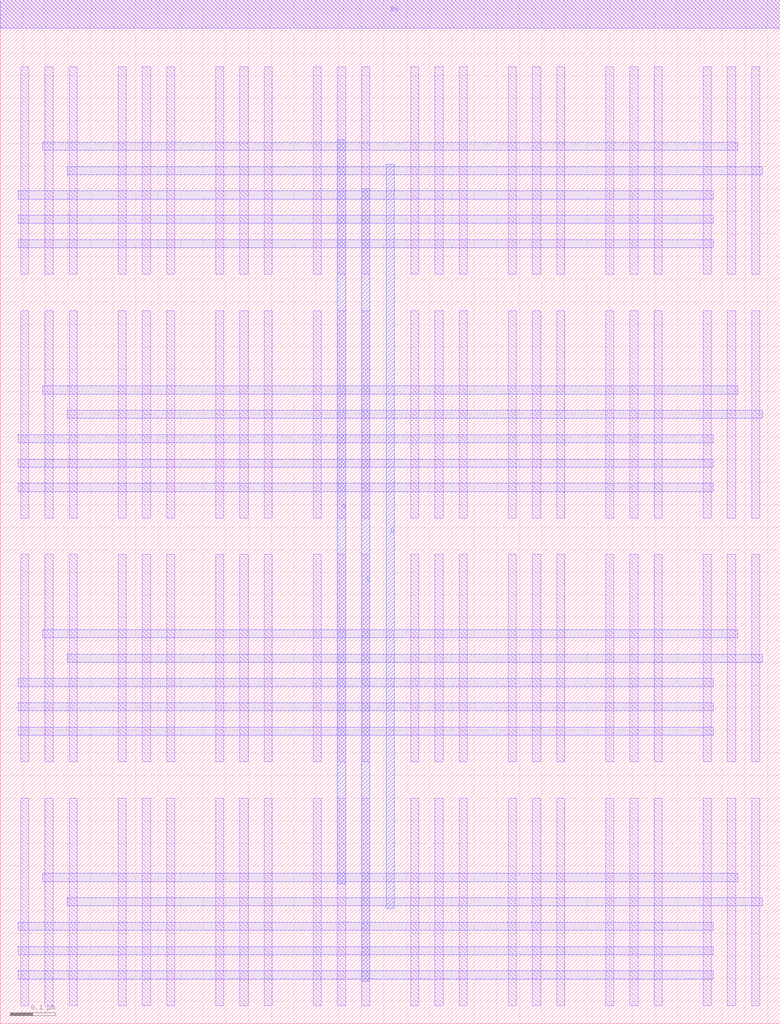
<source format=lef>
MACRO DCL_NMOS_n12_X3_Y1
  ORIGIN 0 0 ;
  FOREIGN DCL_NMOS_n12_X3_Y1 0 0 ;
  SIZE 1.296 BY 0.648 ;
  PIN S
    DIRECTION INOUT ;
    USE SIGNAL ;
    PORT
      LAYER M3 ;
        RECT 0.585 0.094 0.603 0.446 ;
    END
  END S
  PIN D
    DIRECTION INOUT ;
    USE SIGNAL ;
    PORT
      LAYER M3 ;
        RECT 0.639 0.094 0.657 0.446 ;
    END
  END D
  PIN BG
    DIRECTION INOUT ;
    USE SIGNAL ;
    PORT
      LAYER M2 ;
        RECT 0.000 0.585 1.296 0.603 ;
    END
  END BG
  OBS
    LAYER M2 ;
      RECT 0.094 0.261 1.256 0.279 ;
    LAYER M2 ;
      RECT 0.040 0.099 1.148 0.117 ;
    LAYER M2 ;
      RECT 0.040 0.153 1.148 0.171 ;
    LAYER M2 ;
      RECT 0.040 0.207 1.148 0.225 ;
    LAYER M1 ;
      RECT 0.000 0.585 1.296 0.603 ;
    LAYER M1 ;
      RECT 0.099 0.040 0.117 0.500 ;
    LAYER M1 ;
      RECT 0.315 0.040 0.333 0.500 ;
    LAYER M1 ;
      RECT 0.531 0.040 0.549 0.500 ;
    LAYER M1 ;
      RECT 0.747 0.040 0.765 0.500 ;
    LAYER M1 ;
      RECT 0.963 0.040 0.981 0.500 ;
    LAYER M1 ;
      RECT 1.179 0.040 1.197 0.500 ;
    LAYER M1 ;
      RECT 0.045 0.040 0.063 0.500 ;
    LAYER M1 ;
      RECT 0.261 0.040 0.279 0.500 ;
    LAYER M1 ;
      RECT 0.477 0.040 0.495 0.500 ;
    LAYER M1 ;
      RECT 0.693 0.040 0.711 0.500 ;
    LAYER M1 ;
      RECT 0.909 0.040 0.927 0.500 ;
    LAYER M1 ;
      RECT 1.125 0.040 1.143 0.500 ;
    LAYER M1 ;
      RECT 0.153 0.040 0.171 0.500 ;
    LAYER M1 ;
      RECT 0.369 0.040 0.387 0.500 ;
    LAYER M1 ;
      RECT 0.585 0.040 0.603 0.500 ;
    LAYER M1 ;
      RECT 0.801 0.040 0.819 0.500 ;
    LAYER M1 ;
      RECT 1.017 0.040 1.035 0.500 ;
    LAYER M1 ;
      RECT 1.233 0.040 1.251 0.500 ;
  END
END DCL_NMOS_n12_X3_Y1
MACRO DCL_PMOS_n12_X5_Y2
  ORIGIN 0 0 ;
  FOREIGN DCL_PMOS_n12_X5_Y2 0 0 ;
  SIZE 2.160 BY 1.188 ;
  PIN S
    DIRECTION INOUT ;
    USE SIGNAL ;
    PORT
      LAYER M3 ;
        RECT 1.017 0.094 1.035 0.770 ;
    END
  END S
  PIN D
    DIRECTION INOUT ;
    USE SIGNAL ;
    PORT
      LAYER M3 ;
        RECT 1.071 0.256 1.089 0.824 ;
    END
  END D
  PIN BG
    DIRECTION INOUT ;
    USE SIGNAL ;
    PORT
      LAYER M2 ;
        RECT 0.000 1.125 2.160 1.143 ;
    END
  END BG
  OBS
    LAYER M2 ;
      RECT 0.094 0.261 2.120 0.279 ;
    LAYER M2 ;
      RECT 0.094 0.801 2.120 0.819 ;
    LAYER M2 ;
      RECT 0.040 0.099 2.012 0.117 ;
    LAYER M2 ;
      RECT 0.040 0.153 2.012 0.171 ;
    LAYER M2 ;
      RECT 0.040 0.207 2.012 0.225 ;
    LAYER M2 ;
      RECT 0.040 0.639 2.012 0.657 ;
    LAYER M2 ;
      RECT 0.040 0.693 2.012 0.711 ;
    LAYER M2 ;
      RECT 0.040 0.747 2.012 0.765 ;
    LAYER M1 ;
      RECT 0.000 1.125 2.160 1.143 ;
    LAYER M1 ;
      RECT 0.099 0.040 0.117 0.500 ;
    LAYER M1 ;
      RECT 0.099 0.580 0.117 1.040 ;
    LAYER M1 ;
      RECT 0.315 0.040 0.333 0.500 ;
    LAYER M1 ;
      RECT 0.315 0.580 0.333 1.040 ;
    LAYER M1 ;
      RECT 0.531 0.040 0.549 0.500 ;
    LAYER M1 ;
      RECT 0.531 0.580 0.549 1.040 ;
    LAYER M1 ;
      RECT 0.747 0.040 0.765 0.500 ;
    LAYER M1 ;
      RECT 0.747 0.580 0.765 1.040 ;
    LAYER M1 ;
      RECT 0.963 0.040 0.981 0.500 ;
    LAYER M1 ;
      RECT 0.963 0.580 0.981 1.040 ;
    LAYER M1 ;
      RECT 1.179 0.040 1.197 0.500 ;
    LAYER M1 ;
      RECT 1.179 0.580 1.197 1.040 ;
    LAYER M1 ;
      RECT 1.395 0.040 1.413 0.500 ;
    LAYER M1 ;
      RECT 1.395 0.580 1.413 1.040 ;
    LAYER M1 ;
      RECT 1.611 0.040 1.629 0.500 ;
    LAYER M1 ;
      RECT 1.611 0.580 1.629 1.040 ;
    LAYER M1 ;
      RECT 1.827 0.040 1.845 0.500 ;
    LAYER M1 ;
      RECT 1.827 0.580 1.845 1.040 ;
    LAYER M1 ;
      RECT 2.043 0.040 2.061 0.500 ;
    LAYER M1 ;
      RECT 2.043 0.580 2.061 1.040 ;
    LAYER M1 ;
      RECT 0.045 0.040 0.063 0.500 ;
    LAYER M1 ;
      RECT 0.045 0.580 0.063 1.040 ;
    LAYER M1 ;
      RECT 0.261 0.040 0.279 0.500 ;
    LAYER M1 ;
      RECT 0.261 0.580 0.279 1.040 ;
    LAYER M1 ;
      RECT 0.477 0.040 0.495 0.500 ;
    LAYER M1 ;
      RECT 0.477 0.580 0.495 1.040 ;
    LAYER M1 ;
      RECT 0.693 0.040 0.711 0.500 ;
    LAYER M1 ;
      RECT 0.693 0.580 0.711 1.040 ;
    LAYER M1 ;
      RECT 0.909 0.040 0.927 0.500 ;
    LAYER M1 ;
      RECT 0.909 0.580 0.927 1.040 ;
    LAYER M1 ;
      RECT 1.125 0.040 1.143 0.500 ;
    LAYER M1 ;
      RECT 1.125 0.580 1.143 1.040 ;
    LAYER M1 ;
      RECT 1.341 0.040 1.359 0.500 ;
    LAYER M1 ;
      RECT 1.341 0.580 1.359 1.040 ;
    LAYER M1 ;
      RECT 1.557 0.040 1.575 0.500 ;
    LAYER M1 ;
      RECT 1.557 0.580 1.575 1.040 ;
    LAYER M1 ;
      RECT 1.773 0.040 1.791 0.500 ;
    LAYER M1 ;
      RECT 1.773 0.580 1.791 1.040 ;
    LAYER M1 ;
      RECT 1.989 0.040 2.007 0.500 ;
    LAYER M1 ;
      RECT 1.989 0.580 2.007 1.040 ;
    LAYER M1 ;
      RECT 0.153 0.040 0.171 0.500 ;
    LAYER M1 ;
      RECT 0.153 0.580 0.171 1.040 ;
    LAYER M1 ;
      RECT 0.369 0.040 0.387 0.500 ;
    LAYER M1 ;
      RECT 0.369 0.580 0.387 1.040 ;
    LAYER M1 ;
      RECT 0.585 0.040 0.603 0.500 ;
    LAYER M1 ;
      RECT 0.585 0.580 0.603 1.040 ;
    LAYER M1 ;
      RECT 0.801 0.040 0.819 0.500 ;
    LAYER M1 ;
      RECT 0.801 0.580 0.819 1.040 ;
    LAYER M1 ;
      RECT 1.017 0.040 1.035 0.500 ;
    LAYER M1 ;
      RECT 1.017 0.580 1.035 1.040 ;
    LAYER M1 ;
      RECT 1.233 0.040 1.251 0.500 ;
    LAYER M1 ;
      RECT 1.233 0.580 1.251 1.040 ;
    LAYER M1 ;
      RECT 1.449 0.040 1.467 0.500 ;
    LAYER M1 ;
      RECT 1.449 0.580 1.467 1.040 ;
    LAYER M1 ;
      RECT 1.665 0.040 1.683 0.500 ;
    LAYER M1 ;
      RECT 1.665 0.580 1.683 1.040 ;
    LAYER M1 ;
      RECT 1.881 0.040 1.899 0.500 ;
    LAYER M1 ;
      RECT 1.881 0.580 1.899 1.040 ;
    LAYER M1 ;
      RECT 2.097 0.040 2.115 0.500 ;
    LAYER M1 ;
      RECT 2.097 0.580 2.115 1.040 ;
  END
END DCL_PMOS_n12_X5_Y2
MACRO Switch_NMOS_n12_X2_Y2
  ORIGIN 0 0 ;
  FOREIGN Switch_NMOS_n12_X2_Y2 0 0 ;
  SIZE 0.864 BY 1.188 ;
  PIN S
    DIRECTION INOUT ;
    USE SIGNAL ;
    PORT
      LAYER M3 ;
        RECT 0.369 0.094 0.387 0.770 ;
    END
  END S
  PIN D
    DIRECTION INOUT ;
    USE SIGNAL ;
    PORT
      LAYER M3 ;
        RECT 0.423 0.256 0.441 0.824 ;
    END
  END D
  PIN BG
    DIRECTION INOUT ;
    USE SIGNAL ;
    PORT
      LAYER M2 ;
        RECT 0.000 1.125 0.864 1.143 ;
    END
  END BG
  PIN G
    DIRECTION INOUT ;
    USE SIGNAL ;
    PORT
      LAYER M3 ;
        RECT 0.315 0.310 0.333 0.878 ;
    END
  END G
  OBS
    LAYER M2 ;
      RECT 0.094 0.315 0.770 0.333 ;
    LAYER M2 ;
      RECT 0.094 0.855 0.770 0.873 ;
    LAYER M2 ;
      RECT 0.148 0.261 0.824 0.279 ;
    LAYER M2 ;
      RECT 0.148 0.801 0.824 0.819 ;
    LAYER M2 ;
      RECT 0.040 0.099 0.716 0.117 ;
    LAYER M2 ;
      RECT 0.040 0.153 0.716 0.171 ;
    LAYER M2 ;
      RECT 0.040 0.207 0.716 0.225 ;
    LAYER M2 ;
      RECT 0.040 0.639 0.716 0.657 ;
    LAYER M2 ;
      RECT 0.040 0.693 0.716 0.711 ;
    LAYER M2 ;
      RECT 0.040 0.747 0.716 0.765 ;
    LAYER M1 ;
      RECT 0.000 1.125 0.864 1.143 ;
    LAYER M1 ;
      RECT 0.099 0.040 0.117 0.500 ;
    LAYER M1 ;
      RECT 0.099 0.580 0.117 1.040 ;
    LAYER M1 ;
      RECT 0.315 0.040 0.333 0.500 ;
    LAYER M1 ;
      RECT 0.315 0.580 0.333 1.040 ;
    LAYER M1 ;
      RECT 0.531 0.040 0.549 0.500 ;
    LAYER M1 ;
      RECT 0.531 0.580 0.549 1.040 ;
    LAYER M1 ;
      RECT 0.747 0.040 0.765 0.500 ;
    LAYER M1 ;
      RECT 0.747 0.580 0.765 1.040 ;
    LAYER M1 ;
      RECT 0.045 0.040 0.063 0.500 ;
    LAYER M1 ;
      RECT 0.045 0.580 0.063 1.040 ;
    LAYER M1 ;
      RECT 0.261 0.040 0.279 0.500 ;
    LAYER M1 ;
      RECT 0.261 0.580 0.279 1.040 ;
    LAYER M1 ;
      RECT 0.477 0.040 0.495 0.500 ;
    LAYER M1 ;
      RECT 0.477 0.580 0.495 1.040 ;
    LAYER M1 ;
      RECT 0.693 0.040 0.711 0.500 ;
    LAYER M1 ;
      RECT 0.693 0.580 0.711 1.040 ;
    LAYER M1 ;
      RECT 0.153 0.040 0.171 0.500 ;
    LAYER M1 ;
      RECT 0.153 0.580 0.171 1.040 ;
    LAYER M1 ;
      RECT 0.369 0.040 0.387 0.500 ;
    LAYER M1 ;
      RECT 0.369 0.580 0.387 1.040 ;
    LAYER M1 ;
      RECT 0.585 0.040 0.603 0.500 ;
    LAYER M1 ;
      RECT 0.585 0.580 0.603 1.040 ;
    LAYER M1 ;
      RECT 0.801 0.040 0.819 0.500 ;
    LAYER M1 ;
      RECT 0.801 0.580 0.819 1.040 ;
  END
END Switch_NMOS_n12_X2_Y2
MACRO Switch_NMOS_n12_X4_Y4
  ORIGIN 0 0 ;
  FOREIGN Switch_NMOS_n12_X4_Y4 0 0 ;
  SIZE 1.728 BY 2.268 ;
  PIN S
    DIRECTION INOUT ;
    USE SIGNAL ;
    PORT
      LAYER M3 ;
        RECT 0.801 0.094 0.819 1.850 ;
    END
  END S
  PIN D
    DIRECTION INOUT ;
    USE SIGNAL ;
    PORT
      LAYER M3 ;
        RECT 0.855 0.256 0.873 1.904 ;
    END
  END D
  PIN BG
    DIRECTION INOUT ;
    USE SIGNAL ;
    PORT
      LAYER M2 ;
        RECT 0.000 2.205 1.728 2.268 ;
    END
  END BG
  PIN G
    DIRECTION INOUT ;
    USE SIGNAL ;
    PORT
      LAYER M3 ;
        RECT 0.747 0.310 0.765 1.958 ;
    END
  END G
  OBS
    LAYER M2 ;
      RECT 0.094 0.315 1.634 0.333 ;
    LAYER M2 ;
      RECT 0.094 0.855 1.634 0.873 ;
    LAYER M2 ;
      RECT 0.094 1.395 1.634 1.413 ;
    LAYER M2 ;
      RECT 0.094 1.935 1.634 1.953 ;
    LAYER M2 ;
      RECT 0.148 0.261 1.688 0.279 ;
    LAYER M2 ;
      RECT 0.148 0.801 1.688 0.819 ;
    LAYER M2 ;
      RECT 0.148 1.341 1.688 1.359 ;
    LAYER M2 ;
      RECT 0.148 1.881 1.688 1.899 ;
    LAYER M2 ;
      RECT 0.040 0.099 1.580 0.117 ;
    LAYER M2 ;
      RECT 0.040 0.153 1.580 0.171 ;
    LAYER M2 ;
      RECT 0.040 0.207 1.580 0.225 ;
    LAYER M2 ;
      RECT 0.040 0.639 1.580 0.657 ;
    LAYER M2 ;
      RECT 0.040 0.693 1.580 0.711 ;
    LAYER M2 ;
      RECT 0.040 0.747 1.580 0.765 ;
    LAYER M2 ;
      RECT 0.040 1.179 1.580 1.197 ;
    LAYER M2 ;
      RECT 0.040 1.233 1.580 1.251 ;
    LAYER M2 ;
      RECT 0.040 1.287 1.580 1.305 ;
    LAYER M2 ;
      RECT 0.040 1.719 1.580 1.737 ;
    LAYER M2 ;
      RECT 0.040 1.773 1.580 1.791 ;
    LAYER M2 ;
      RECT 0.040 1.827 1.580 1.845 ;
    LAYER M1 ;
      RECT 0.000 2.205 1.728 2.268 ;
    LAYER M1 ;
      RECT 0.099 0.040 0.117 0.500 ;
    LAYER M1 ;
      RECT 0.099 0.580 0.117 1.040 ;
    LAYER M1 ;
      RECT 0.099 1.120 0.117 1.580 ;
    LAYER M1 ;
      RECT 0.099 1.660 0.117 2.120 ;
    LAYER M1 ;
      RECT 0.315 0.040 0.333 0.500 ;
    LAYER M1 ;
      RECT 0.315 0.580 0.333 1.040 ;
    LAYER M1 ;
      RECT 0.315 1.120 0.333 1.580 ;
    LAYER M1 ;
      RECT 0.315 1.660 0.333 2.120 ;
    LAYER M1 ;
      RECT 0.531 0.040 0.549 0.500 ;
    LAYER M1 ;
      RECT 0.531 0.580 0.549 1.040 ;
    LAYER M1 ;
      RECT 0.531 1.120 0.549 1.580 ;
    LAYER M1 ;
      RECT 0.531 1.660 0.549 2.120 ;
    LAYER M1 ;
      RECT 0.747 0.040 0.765 0.500 ;
    LAYER M1 ;
      RECT 0.747 0.580 0.765 1.040 ;
    LAYER M1 ;
      RECT 0.747 1.120 0.765 1.580 ;
    LAYER M1 ;
      RECT 0.747 1.660 0.765 2.120 ;
    LAYER M1 ;
      RECT 0.963 0.040 0.981 0.500 ;
    LAYER M1 ;
      RECT 0.963 0.580 0.981 1.040 ;
    LAYER M1 ;
      RECT 0.963 1.120 0.981 1.580 ;
    LAYER M1 ;
      RECT 0.963 1.660 0.981 2.120 ;
    LAYER M1 ;
      RECT 1.179 0.040 1.197 0.500 ;
    LAYER M1 ;
      RECT 1.179 0.580 1.197 1.040 ;
    LAYER M1 ;
      RECT 1.179 1.120 1.197 1.580 ;
    LAYER M1 ;
      RECT 1.179 1.660 1.197 2.120 ;
    LAYER M1 ;
      RECT 1.395 0.040 1.413 0.500 ;
    LAYER M1 ;
      RECT 1.395 0.580 1.413 1.040 ;
    LAYER M1 ;
      RECT 1.395 1.120 1.413 1.580 ;
    LAYER M1 ;
      RECT 1.395 1.660 1.413 2.120 ;
    LAYER M1 ;
      RECT 1.611 0.040 1.629 0.500 ;
    LAYER M1 ;
      RECT 1.611 0.580 1.629 1.040 ;
    LAYER M1 ;
      RECT 1.611 1.120 1.629 1.580 ;
    LAYER M1 ;
      RECT 1.611 1.660 1.629 2.120 ;
    LAYER M1 ;
      RECT 0.045 0.040 0.063 0.500 ;
    LAYER M1 ;
      RECT 0.045 0.580 0.063 1.040 ;
    LAYER M1 ;
      RECT 0.045 1.120 0.063 1.580 ;
    LAYER M1 ;
      RECT 0.045 1.660 0.063 2.120 ;
    LAYER M1 ;
      RECT 0.261 0.040 0.279 0.500 ;
    LAYER M1 ;
      RECT 0.261 0.580 0.279 1.040 ;
    LAYER M1 ;
      RECT 0.261 1.120 0.279 1.580 ;
    LAYER M1 ;
      RECT 0.261 1.660 0.279 2.120 ;
    LAYER M1 ;
      RECT 0.477 0.040 0.495 0.500 ;
    LAYER M1 ;
      RECT 0.477 0.580 0.495 1.040 ;
    LAYER M1 ;
      RECT 0.477 1.120 0.495 1.580 ;
    LAYER M1 ;
      RECT 0.477 1.660 0.495 2.120 ;
    LAYER M1 ;
      RECT 0.693 0.040 0.711 0.500 ;
    LAYER M1 ;
      RECT 0.693 0.580 0.711 1.040 ;
    LAYER M1 ;
      RECT 0.693 1.120 0.711 1.580 ;
    LAYER M1 ;
      RECT 0.693 1.660 0.711 2.120 ;
    LAYER M1 ;
      RECT 0.909 0.040 0.927 0.500 ;
    LAYER M1 ;
      RECT 0.909 0.580 0.927 1.040 ;
    LAYER M1 ;
      RECT 0.909 1.120 0.927 1.580 ;
    LAYER M1 ;
      RECT 0.909 1.660 0.927 2.120 ;
    LAYER M1 ;
      RECT 1.125 0.040 1.143 0.500 ;
    LAYER M1 ;
      RECT 1.125 0.580 1.143 1.040 ;
    LAYER M1 ;
      RECT 1.125 1.120 1.143 1.580 ;
    LAYER M1 ;
      RECT 1.125 1.660 1.143 2.120 ;
    LAYER M1 ;
      RECT 1.341 0.040 1.359 0.500 ;
    LAYER M1 ;
      RECT 1.341 0.580 1.359 1.040 ;
    LAYER M1 ;
      RECT 1.341 1.120 1.359 1.580 ;
    LAYER M1 ;
      RECT 1.341 1.660 1.359 2.120 ;
    LAYER M1 ;
      RECT 1.557 0.040 1.575 0.500 ;
    LAYER M1 ;
      RECT 1.557 0.580 1.575 1.040 ;
    LAYER M1 ;
      RECT 1.557 1.120 1.575 1.580 ;
    LAYER M1 ;
      RECT 1.557 1.660 1.575 2.120 ;
    LAYER M1 ;
      RECT 0.153 0.040 0.171 0.500 ;
    LAYER M1 ;
      RECT 0.153 0.580 0.171 1.040 ;
    LAYER M1 ;
      RECT 0.153 1.120 0.171 1.580 ;
    LAYER M1 ;
      RECT 0.153 1.660 0.171 2.120 ;
    LAYER M1 ;
      RECT 0.369 0.040 0.387 0.500 ;
    LAYER M1 ;
      RECT 0.369 0.580 0.387 1.040 ;
    LAYER M1 ;
      RECT 0.369 1.120 0.387 1.580 ;
    LAYER M1 ;
      RECT 0.369 1.660 0.387 2.120 ;
    LAYER M1 ;
      RECT 0.585 0.040 0.603 0.500 ;
    LAYER M1 ;
      RECT 0.585 0.580 0.603 1.040 ;
    LAYER M1 ;
      RECT 0.585 1.120 0.603 1.580 ;
    LAYER M1 ;
      RECT 0.585 1.660 0.603 2.120 ;
    LAYER M1 ;
      RECT 0.801 0.040 0.819 0.500 ;
    LAYER M1 ;
      RECT 0.801 0.580 0.819 1.040 ;
    LAYER M1 ;
      RECT 0.801 1.120 0.819 1.580 ;
    LAYER M1 ;
      RECT 0.801 1.660 0.819 2.120 ;
    LAYER M1 ;
      RECT 1.017 0.040 1.035 0.500 ;
    LAYER M1 ;
      RECT 1.017 0.580 1.035 1.040 ;
    LAYER M1 ;
      RECT 1.017 1.120 1.035 1.580 ;
    LAYER M1 ;
      RECT 1.017 1.660 1.035 2.120 ;
    LAYER M1 ;
      RECT 1.233 0.040 1.251 0.500 ;
    LAYER M1 ;
      RECT 1.233 0.580 1.251 1.040 ;
    LAYER M1 ;
      RECT 1.233 1.120 1.251 1.580 ;
    LAYER M1 ;
      RECT 1.233 1.660 1.251 2.120 ;
    LAYER M1 ;
      RECT 1.449 0.040 1.467 0.500 ;
    LAYER M1 ;
      RECT 1.449 0.580 1.467 1.040 ;
    LAYER M1 ;
      RECT 1.449 1.120 1.467 1.580 ;
    LAYER M1 ;
      RECT 1.449 1.660 1.467 2.120 ;
    LAYER M1 ;
      RECT 1.665 0.040 1.683 0.500 ;
    LAYER M1 ;
      RECT 1.665 0.580 1.683 1.040 ;
    LAYER M1 ;
      RECT 1.665 1.120 1.683 1.580 ;
    LAYER M1 ;
      RECT 1.665 1.660 1.683 2.120 ;
  END
END Switch_NMOS_n12_X4_Y4
MACRO Switch_PMOS_n12_X5_Y2
  ORIGIN 0 0 ;
  FOREIGN Switch_PMOS_n12_X5_Y2 0 0 ;
  SIZE 2.160 BY 1.188 ;
  PIN S
    DIRECTION INOUT ;
    USE SIGNAL ;
    PORT
      LAYER M3 ;
        RECT 1.017 0.094 1.035 0.770 ;
    END
  END S
  PIN D
    DIRECTION INOUT ;
    USE SIGNAL ;
    PORT
      LAYER M3 ;
        RECT 1.071 0.256 1.089 0.824 ;
    END
  END D
  PIN BG
    DIRECTION INOUT ;
    USE SIGNAL ;
    PORT
      LAYER M2 ;
        RECT 0.000 1.125 2.160 1.143 ;
    END
  END BG
  PIN G
    DIRECTION INOUT ;
    USE SIGNAL ;
    PORT
      LAYER M3 ;
        RECT 0.963 0.310 0.981 0.878 ;
    END
  END G
  OBS
    LAYER M2 ;
      RECT 0.094 0.315 2.066 0.333 ;
    LAYER M2 ;
      RECT 0.094 0.855 2.066 0.873 ;
    LAYER M2 ;
      RECT 0.148 0.261 2.120 0.279 ;
    LAYER M2 ;
      RECT 0.148 0.801 2.120 0.819 ;
    LAYER M2 ;
      RECT 0.040 0.099 2.012 0.117 ;
    LAYER M2 ;
      RECT 0.040 0.153 2.012 0.171 ;
    LAYER M2 ;
      RECT 0.040 0.207 2.012 0.225 ;
    LAYER M2 ;
      RECT 0.040 0.639 2.012 0.657 ;
    LAYER M2 ;
      RECT 0.040 0.693 2.012 0.711 ;
    LAYER M2 ;
      RECT 0.040 0.747 2.012 0.765 ;
    LAYER M1 ;
      RECT 0.000 1.125 2.160 1.143 ;
    LAYER M1 ;
      RECT 0.099 0.040 0.117 0.500 ;
    LAYER M1 ;
      RECT 0.099 0.580 0.117 1.040 ;
    LAYER M1 ;
      RECT 0.315 0.040 0.333 0.500 ;
    LAYER M1 ;
      RECT 0.315 0.580 0.333 1.040 ;
    LAYER M1 ;
      RECT 0.531 0.040 0.549 0.500 ;
    LAYER M1 ;
      RECT 0.531 0.580 0.549 1.040 ;
    LAYER M1 ;
      RECT 0.747 0.040 0.765 0.500 ;
    LAYER M1 ;
      RECT 0.747 0.580 0.765 1.040 ;
    LAYER M1 ;
      RECT 0.963 0.040 0.981 0.500 ;
    LAYER M1 ;
      RECT 0.963 0.580 0.981 1.040 ;
    LAYER M1 ;
      RECT 1.179 0.040 1.197 0.500 ;
    LAYER M1 ;
      RECT 1.179 0.580 1.197 1.040 ;
    LAYER M1 ;
      RECT 1.395 0.040 1.413 0.500 ;
    LAYER M1 ;
      RECT 1.395 0.580 1.413 1.040 ;
    LAYER M1 ;
      RECT 1.611 0.040 1.629 0.500 ;
    LAYER M1 ;
      RECT 1.611 0.580 1.629 1.040 ;
    LAYER M1 ;
      RECT 1.827 0.040 1.845 0.500 ;
    LAYER M1 ;
      RECT 1.827 0.580 1.845 1.040 ;
    LAYER M1 ;
      RECT 2.043 0.040 2.061 0.500 ;
    LAYER M1 ;
      RECT 2.043 0.580 2.061 1.040 ;
    LAYER M1 ;
      RECT 0.045 0.040 0.063 0.500 ;
    LAYER M1 ;
      RECT 0.045 0.580 0.063 1.040 ;
    LAYER M1 ;
      RECT 0.261 0.040 0.279 0.500 ;
    LAYER M1 ;
      RECT 0.261 0.580 0.279 1.040 ;
    LAYER M1 ;
      RECT 0.477 0.040 0.495 0.500 ;
    LAYER M1 ;
      RECT 0.477 0.580 0.495 1.040 ;
    LAYER M1 ;
      RECT 0.693 0.040 0.711 0.500 ;
    LAYER M1 ;
      RECT 0.693 0.580 0.711 1.040 ;
    LAYER M1 ;
      RECT 0.909 0.040 0.927 0.500 ;
    LAYER M1 ;
      RECT 0.909 0.580 0.927 1.040 ;
    LAYER M1 ;
      RECT 1.125 0.040 1.143 0.500 ;
    LAYER M1 ;
      RECT 1.125 0.580 1.143 1.040 ;
    LAYER M1 ;
      RECT 1.341 0.040 1.359 0.500 ;
    LAYER M1 ;
      RECT 1.341 0.580 1.359 1.040 ;
    LAYER M1 ;
      RECT 1.557 0.040 1.575 0.500 ;
    LAYER M1 ;
      RECT 1.557 0.580 1.575 1.040 ;
    LAYER M1 ;
      RECT 1.773 0.040 1.791 0.500 ;
    LAYER M1 ;
      RECT 1.773 0.580 1.791 1.040 ;
    LAYER M1 ;
      RECT 1.989 0.040 2.007 0.500 ;
    LAYER M1 ;
      RECT 1.989 0.580 2.007 1.040 ;
    LAYER M1 ;
      RECT 0.153 0.040 0.171 0.500 ;
    LAYER M1 ;
      RECT 0.153 0.580 0.171 1.040 ;
    LAYER M1 ;
      RECT 0.369 0.040 0.387 0.500 ;
    LAYER M1 ;
      RECT 0.369 0.580 0.387 1.040 ;
    LAYER M1 ;
      RECT 0.585 0.040 0.603 0.500 ;
    LAYER M1 ;
      RECT 0.585 0.580 0.603 1.040 ;
    LAYER M1 ;
      RECT 0.801 0.040 0.819 0.500 ;
    LAYER M1 ;
      RECT 0.801 0.580 0.819 1.040 ;
    LAYER M1 ;
      RECT 1.017 0.040 1.035 0.500 ;
    LAYER M1 ;
      RECT 1.017 0.580 1.035 1.040 ;
    LAYER M1 ;
      RECT 1.233 0.040 1.251 0.500 ;
    LAYER M1 ;
      RECT 1.233 0.580 1.251 1.040 ;
    LAYER M1 ;
      RECT 1.449 0.040 1.467 0.500 ;
    LAYER M1 ;
      RECT 1.449 0.580 1.467 1.040 ;
    LAYER M1 ;
      RECT 1.665 0.040 1.683 0.500 ;
    LAYER M1 ;
      RECT 1.665 0.580 1.683 1.040 ;
    LAYER M1 ;
      RECT 1.881 0.040 1.899 0.500 ;
    LAYER M1 ;
      RECT 1.881 0.580 1.899 1.040 ;
    LAYER M1 ;
      RECT 2.097 0.040 2.115 0.500 ;
    LAYER M1 ;
      RECT 2.097 0.580 2.115 1.040 ;
  END
END Switch_PMOS_n12_X5_Y2

</source>
